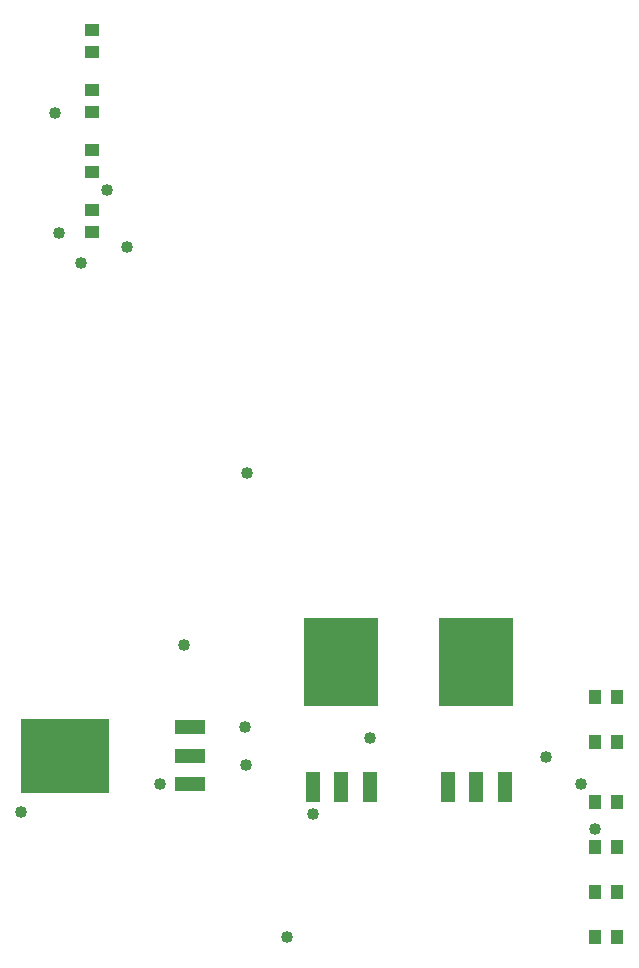
<source format=gbr>
G04 DipTrace 2.2.0.9*
%INTopPaste.gbr*%
%MOIN*%
%ADD23C,0.04*%
%ADD30R,0.2481X0.2951*%
%ADD32R,0.0451X0.1021*%
%ADD34R,0.2951X0.2481*%
%ADD36R,0.1021X0.0451*%
%ADD38R,0.0512X0.0433*%
%ADD42R,0.0433X0.0512*%
%FSLAX44Y44*%
%SFA1B1*%
%OFA0B0*%
G04*
G70*
G90*
G75*
G01*
%LNTopPaste*%
%LPD*%
D23*
X11737Y15687D3*
X7427Y33427D3*
X9177Y30832D3*
X7562Y29427D3*
X24986Y11062D3*
X10927Y11037D3*
X16037Y10057D3*
X23802Y11942D3*
X6312Y10117D3*
X13792Y11682D3*
X17937Y12596D3*
X25437Y9562D3*
X13781Y12937D3*
X15187Y5937D3*
X13822Y21427D3*
X9832Y28937D3*
X8292Y28427D3*
D42*
X25437Y13937D3*
X26185D3*
X25437Y12437D3*
X26185D3*
X25437Y10437D3*
X26185D3*
X25437Y8937D3*
X26185D3*
X25437Y7437D3*
X26185D3*
X25437Y5937D3*
X26185D3*
D38*
X8687Y29437D3*
Y30185D3*
Y35437D3*
Y36185D3*
Y31437D3*
Y32185D3*
Y33437D3*
Y34185D3*
D36*
X11937Y12937D3*
Y11987D3*
Y11037D3*
D34*
X7756Y11987D3*
D32*
X17937Y10937D3*
X16987D3*
X16037D3*
D30*
X16987Y15118D3*
D32*
X22437Y10937D3*
X21487D3*
X20537D3*
D30*
X21487Y15118D3*
M02*

</source>
